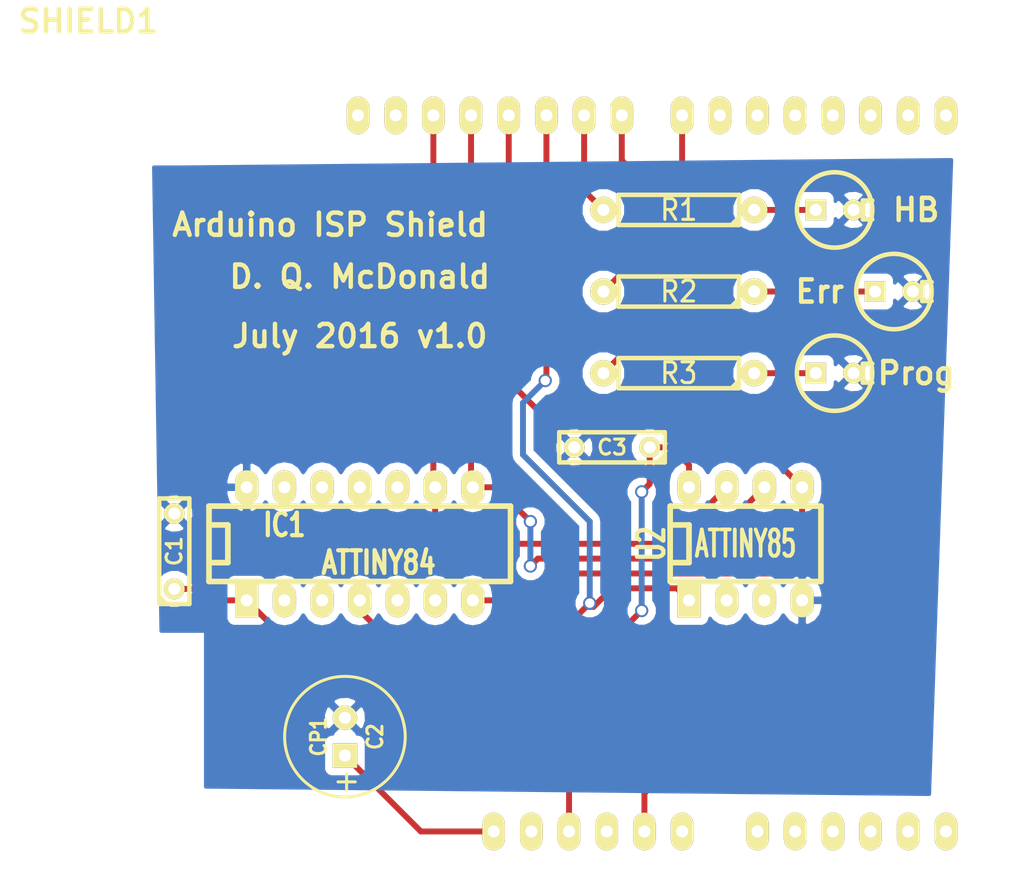
<source format=kicad_pcb>
(kicad_pcb (version 3) (host pcbnew "(2014-02-26 BZR 4721)-product")

  (general
    (links 27)
    (no_connects 0)
    (area 64.954 61.454 134.574501 120.978)
    (thickness 1.6)
    (drawings 6)
    (tracks 76)
    (zones 0)
    (modules 12)
    (nets 42)
  )

  (page A4)
  (title_block
    (title "Arduino ISP for ATTiny")
    (date 4/7/2016)
    (rev 1.0)
    (company "Quentin McDonald")
  )

  (layers
    (15 F.Cu signal)
    (0 B.Cu signal)
    (16 B.Adhes user)
    (17 F.Adhes user)
    (18 B.Paste user)
    (19 F.Paste user)
    (20 B.SilkS user)
    (21 F.SilkS user)
    (22 B.Mask user)
    (23 F.Mask user)
    (24 Dwgs.User user)
    (25 Cmts.User user)
    (26 Eco1.User user)
    (27 Eco2.User user)
    (28 Edge.Cuts user)
  )

  (setup
    (last_trace_width 0.4)
    (trace_clearance 0.3)
    (zone_clearance 0.508)
    (zone_45_only no)
    (trace_min 0.254)
    (segment_width 0.2)
    (edge_width 0.1)
    (via_size 0.889)
    (via_drill 0.635)
    (via_min_size 0.889)
    (via_min_drill 0.508)
    (uvia_size 0.508)
    (uvia_drill 0.127)
    (uvias_allowed no)
    (uvia_min_size 0.508)
    (uvia_min_drill 0.127)
    (pcb_text_width 0.3)
    (pcb_text_size 1.5 1.5)
    (mod_edge_width 0.15)
    (mod_text_size 1 1)
    (mod_text_width 0.15)
    (pad_size 1.5 1.5)
    (pad_drill 0.6)
    (pad_to_mask_clearance 0)
    (aux_axis_origin 0 0)
    (visible_elements FFFFFF7F)
    (pcbplotparams
      (layerselection 3178497)
      (usegerberextensions true)
      (excludeedgelayer true)
      (linewidth 0.150000)
      (plotframeref false)
      (viasonmask false)
      (mode 1)
      (useauxorigin false)
      (hpglpennumber 1)
      (hpglpenspeed 20)
      (hpglpendiameter 15)
      (hpglpenoverlay 2)
      (psnegative false)
      (psa4output false)
      (plotreference true)
      (plotvalue true)
      (plotothertext true)
      (plotinvisibletext false)
      (padsonsilk false)
      (subtractmaskfromsilk false)
      (outputformat 1)
      (mirror false)
      (drillshape 1)
      (scaleselection 1)
      (outputdirectory ""))
  )

  (net 0 "")
  (net 1 5V)
  (net 2 GND)
  (net 3 "Net-(D1-Pad1)")
  (net 4 "Net-(D2-Pad1)")
  (net 5 "Net-(D3-Pad1)")
  (net 6 "Net-(IC1-Pad10)")
  (net 7 "Net-(IC1-Pad11)")
  (net 8 "Net-(IC1-Pad12)")
  (net 9 "Net-(IC1-Pad13)")
  (net 10 "Net-(IC1-Pad2)")
  (net 11 "Net-(IC1-Pad3)")
  (net 12 "Net-(IC1-Pad5)")
  (net 13 "Net-(IC1-Pad6)")
  (net 14 "Net-(SHIELD1-Pad0)")
  (net 15 "Net-(SHIELD1-Pad1)")
  (net 16 "Net-(SHIELD1-Pad2)")
  (net 17 "Net-(SHIELD1-Pad3)")
  (net 18 "Net-(SHIELD1-Pad3V3)")
  (net 19 "Net-(SHIELD1-Pad4)")
  (net 20 "Net-(SHIELD1-Pad5)")
  (net 21 "Net-(SHIELD1-Pad6)")
  (net 22 "Net-(SHIELD1-PadAD0)")
  (net 23 "Net-(SHIELD1-PadAD1)")
  (net 24 "Net-(SHIELD1-PadAD2)")
  (net 25 "Net-(SHIELD1-PadAD3)")
  (net 26 "Net-(SHIELD1-PadAD4)")
  (net 27 "Net-(SHIELD1-PadAD5)")
  (net 28 "Net-(SHIELD1-PadAREF)")
  (net 29 "Net-(SHIELD1-PadGND1)")
  (net 30 "Net-(SHIELD1-PadGND3)")
  (net 31 "Net-(SHIELD1-PadV_IN)")
  (net 32 "Net-(U2-Pad2)")
  (net 33 "Net-(U2-Pad3)")
  (net 34 Pin10)
  (net 35 Pin11)
  (net 36 Pin12)
  (net 37 Pin13)
  (net 38 Pin7)
  (net 39 Pin8)
  (net 40 Pin9)
  (net 41 Reset)

  (net_class Default "This is the default net class."
    (clearance 0.3)
    (trace_width 0.4)
    (via_dia 0.889)
    (via_drill 0.635)
    (uvia_dia 0.508)
    (uvia_drill 0.127)
    (add_net "")
    (add_net 5V)
    (add_net GND)
    (add_net "Net-(D1-Pad1)")
    (add_net "Net-(D2-Pad1)")
    (add_net "Net-(D3-Pad1)")
    (add_net "Net-(IC1-Pad10)")
    (add_net "Net-(IC1-Pad11)")
    (add_net "Net-(IC1-Pad12)")
    (add_net "Net-(IC1-Pad13)")
    (add_net "Net-(IC1-Pad2)")
    (add_net "Net-(IC1-Pad3)")
    (add_net "Net-(IC1-Pad5)")
    (add_net "Net-(IC1-Pad6)")
    (add_net "Net-(SHIELD1-Pad0)")
    (add_net "Net-(SHIELD1-Pad1)")
    (add_net "Net-(SHIELD1-Pad2)")
    (add_net "Net-(SHIELD1-Pad3)")
    (add_net "Net-(SHIELD1-Pad3V3)")
    (add_net "Net-(SHIELD1-Pad4)")
    (add_net "Net-(SHIELD1-Pad5)")
    (add_net "Net-(SHIELD1-Pad6)")
    (add_net "Net-(SHIELD1-PadAD0)")
    (add_net "Net-(SHIELD1-PadAD1)")
    (add_net "Net-(SHIELD1-PadAD2)")
    (add_net "Net-(SHIELD1-PadAD3)")
    (add_net "Net-(SHIELD1-PadAD4)")
    (add_net "Net-(SHIELD1-PadAD5)")
    (add_net "Net-(SHIELD1-PadAREF)")
    (add_net "Net-(SHIELD1-PadGND1)")
    (add_net "Net-(SHIELD1-PadGND3)")
    (add_net "Net-(SHIELD1-PadV_IN)")
    (add_net "Net-(U2-Pad2)")
    (add_net "Net-(U2-Pad3)")
    (add_net Pin10)
    (add_net Pin11)
    (add_net Pin12)
    (add_net Pin13)
    (add_net Pin7)
    (add_net Pin8)
    (add_net Pin9)
    (add_net Reset)
  )

  (module discret:C2 (layer F.Cu) (tedit 200000) (tstamp 577AF0EC)
    (at 77 99 90)
    (descr "Condensateur = 2 pas")
    (tags C)
    (path /577ABBBE)
    (fp_text reference C1 (at 0 0 90) (layer F.SilkS)
      (effects (font (size 1.016 1.016) (thickness 0.2032)))
    )
    (fp_text value 100nf (at 0 0 90) (layer F.SilkS) hide
      (effects (font (size 1.016 1.016) (thickness 0.2032)))
    )
    (fp_line (start -3.556 -1.016) (end 3.556 -1.016) (layer F.SilkS) (width 0.3048))
    (fp_line (start 3.556 -1.016) (end 3.556 1.016) (layer F.SilkS) (width 0.3048))
    (fp_line (start 3.556 1.016) (end -3.556 1.016) (layer F.SilkS) (width 0.3048))
    (fp_line (start -3.556 1.016) (end -3.556 -1.016) (layer F.SilkS) (width 0.3048))
    (fp_line (start -3.556 -0.508) (end -3.048 -1.016) (layer F.SilkS) (width 0.3048))
    (pad 1 thru_hole circle (at -2.54 0 90) (size 1.397 1.397) (drill 0.8128) (layers *.Cu *.Mask F.SilkS)
      (net 1 5V))
    (pad 2 thru_hole circle (at 2.54 0 90) (size 1.397 1.397) (drill 0.8128) (layers *.Cu *.Mask F.SilkS)
      (net 2 GND))
    (model discret/capa_2pas_5x5mm.wrl
      (at (xyz 0 0 0))
      (scale (xyz 1 1 1))
      (rotate (xyz 0 0 0))
    )
  )

  (module discret:C1V8 (layer F.Cu) (tedit 3DD3A719) (tstamp 577AF0F4)
    (at 88.5 111.5 90)
    (path /577AEEB9)
    (fp_text reference C2 (at 0 2.032 90) (layer F.SilkS)
      (effects (font (size 1.016 0.889) (thickness 0.2032)))
    )
    (fp_text value CP1 (at 0 -1.77546 90) (layer F.SilkS)
      (effects (font (size 1.016 0.889) (thickness 0.2032)))
    )
    (fp_text user + (at -3.04546 0 90) (layer F.SilkS)
      (effects (font (thickness 0.2032)))
    )
    (fp_circle (center 0 0) (end 4.064 0) (layer F.SilkS) (width 0.2032))
    (pad 1 thru_hole rect (at -1.27 0 90) (size 1.651 1.651) (drill 0.8128) (layers *.Cu *.Mask F.SilkS)
      (net 41 Reset))
    (pad 2 thru_hole circle (at 1.27 0 90) (size 1.651 1.651) (drill 0.8128) (layers *.Cu *.Mask F.SilkS)
      (net 2 GND))
    (model discret/c_vert_c1v8.wrl
      (at (xyz 0 0 0))
      (scale (xyz 1 1 1))
      (rotate (xyz 0 0 0))
    )
  )

  (module discret:C2 (layer F.Cu) (tedit 200000) (tstamp 577AF0FF)
    (at 106.5 92 180)
    (descr "Condensateur = 2 pas")
    (tags C)
    (path /577AE945)
    (fp_text reference C3 (at 0 0 180) (layer F.SilkS)
      (effects (font (size 1.016 1.016) (thickness 0.2032)))
    )
    (fp_text value 100nF (at 0 0 180) (layer F.SilkS) hide
      (effects (font (size 1.016 1.016) (thickness 0.2032)))
    )
    (fp_line (start -3.556 -1.016) (end 3.556 -1.016) (layer F.SilkS) (width 0.3048))
    (fp_line (start 3.556 -1.016) (end 3.556 1.016) (layer F.SilkS) (width 0.3048))
    (fp_line (start 3.556 1.016) (end -3.556 1.016) (layer F.SilkS) (width 0.3048))
    (fp_line (start -3.556 1.016) (end -3.556 -1.016) (layer F.SilkS) (width 0.3048))
    (fp_line (start -3.556 -0.508) (end -3.048 -1.016) (layer F.SilkS) (width 0.3048))
    (pad 1 thru_hole circle (at -2.54 0 180) (size 1.397 1.397) (drill 0.8128) (layers *.Cu *.Mask F.SilkS)
      (net 1 5V))
    (pad 2 thru_hole circle (at 2.54 0 180) (size 1.397 1.397) (drill 0.8128) (layers *.Cu *.Mask F.SilkS)
      (net 2 GND))
    (model discret/capa_2pas_5x5mm.wrl
      (at (xyz 0 0 0))
      (scale (xyz 1 1 1))
      (rotate (xyz 0 0 0))
    )
  )

  (module discret:LEDV (layer F.Cu) (tedit 577AFB82) (tstamp 577AF410)
    (at 121.5 76)
    (descr "Led verticale diam 6mm")
    (tags "LED DEV")
    (path /577ABD2F)
    (fp_text reference HeartBeat (at 0 -3.81) (layer F.SilkS) hide
      (effects (font (thickness 0.3048)))
    )
    (fp_text value LED (at 0 -3.81) (layer F.SilkS) hide
      (effects (font (thickness 0.3048)))
    )
    (fp_circle (center 0 0) (end -2.54 0) (layer F.SilkS) (width 0.3048))
    (fp_line (start 2.54 -0.635) (end 1.905 -0.635) (layer F.SilkS) (width 0.3048))
    (fp_line (start 1.905 -0.635) (end 1.905 0.635) (layer F.SilkS) (width 0.3048))
    (fp_line (start 1.905 0.635) (end 2.54 0.635) (layer F.SilkS) (width 0.3048))
    (pad 1 thru_hole rect (at -1.27 0) (size 1.397 1.397) (drill 0.8128) (layers *.Cu *.Mask F.SilkS)
      (net 3 "Net-(D1-Pad1)"))
    (pad 2 thru_hole circle (at 1.27 0) (size 1.397 1.397) (drill 0.8128) (layers *.Cu *.Mask F.SilkS)
      (net 2 GND))
    (model discret/led5_vertical.wrl
      (at (xyz 0 0 0))
      (scale (xyz 1 1 1))
      (rotate (xyz 0 0 0))
    )
  )

  (module discret:LEDV (layer F.Cu) (tedit 577AFB7A) (tstamp 577AF113)
    (at 125.5 81.5)
    (descr "Led verticale diam 6mm")
    (tags "LED DEV")
    (path /577ABDF7)
    (fp_text reference Error (at 0 -3.81) (layer F.SilkS) hide
      (effects (font (thickness 0.3048)))
    )
    (fp_text value LED (at 0 -3.81) (layer F.SilkS) hide
      (effects (font (thickness 0.3048)))
    )
    (fp_circle (center 0 0) (end -2.54 0) (layer F.SilkS) (width 0.3048))
    (fp_line (start 2.54 -0.635) (end 1.905 -0.635) (layer F.SilkS) (width 0.3048))
    (fp_line (start 1.905 -0.635) (end 1.905 0.635) (layer F.SilkS) (width 0.3048))
    (fp_line (start 1.905 0.635) (end 2.54 0.635) (layer F.SilkS) (width 0.3048))
    (pad 1 thru_hole rect (at -1.27 0) (size 1.397 1.397) (drill 0.8128) (layers *.Cu *.Mask F.SilkS)
      (net 4 "Net-(D2-Pad1)"))
    (pad 2 thru_hole circle (at 1.27 0) (size 1.397 1.397) (drill 0.8128) (layers *.Cu *.Mask F.SilkS)
      (net 2 GND))
    (model discret/led5_vertical.wrl
      (at (xyz 0 0 0))
      (scale (xyz 1 1 1))
      (rotate (xyz 0 0 0))
    )
  )

  (module discret:LEDV (layer F.Cu) (tedit 577AFB6C) (tstamp 577AFB4D)
    (at 121.5 87)
    (descr "Led verticale diam 6mm")
    (tags "LED DEV")
    (path /577ABE0C)
    (fp_text reference D3 (at 0 -3.81) (layer F.SilkS) hide
      (effects (font (thickness 0.3048)))
    )
    (fp_text value LED (at 0 -3.81) (layer F.SilkS) hide
      (effects (font (thickness 0.3048)))
    )
    (fp_circle (center 0 0) (end -2.54 0) (layer F.SilkS) (width 0.3048))
    (fp_line (start 2.54 -0.635) (end 1.905 -0.635) (layer F.SilkS) (width 0.3048))
    (fp_line (start 1.905 -0.635) (end 1.905 0.635) (layer F.SilkS) (width 0.3048))
    (fp_line (start 1.905 0.635) (end 2.54 0.635) (layer F.SilkS) (width 0.3048))
    (pad 1 thru_hole rect (at -1.27 0) (size 1.397 1.397) (drill 0.8128) (layers *.Cu *.Mask F.SilkS)
      (net 5 "Net-(D3-Pad1)"))
    (pad 2 thru_hole circle (at 1.27 0) (size 1.397 1.397) (drill 0.8128) (layers *.Cu *.Mask F.SilkS)
      (net 2 GND))
    (model discret/led5_vertical.wrl
      (at (xyz 0 0 0))
      (scale (xyz 1 1 1))
      (rotate (xyz 0 0 0))
    )
  )

  (module dip_sockets:DIP-14__300_ELL (layer F.Cu) (tedit 577AF57E) (tstamp 577AF136)
    (at 89.5 98.5)
    (descr "14 pins DIL package, elliptical pads")
    (tags DIL)
    (path /577ABB31)
    (fp_text reference IC1 (at -5.08 -1.27) (layer F.SilkS)
      (effects (font (size 1.524 1.143) (thickness 0.3048)))
    )
    (fp_text value ATTINY84 (at 1.27 1.27) (layer F.SilkS)
      (effects (font (size 1.524 1.143) (thickness 0.28575)))
    )
    (fp_line (start -10.16 -2.54) (end 10.16 -2.54) (layer F.SilkS) (width 0.381))
    (fp_line (start 10.16 2.54) (end -10.16 2.54) (layer F.SilkS) (width 0.381))
    (fp_line (start -10.16 2.54) (end -10.16 -2.54) (layer F.SilkS) (width 0.381))
    (fp_line (start -10.16 -1.27) (end -8.89 -1.27) (layer F.SilkS) (width 0.381))
    (fp_line (start -8.89 -1.27) (end -8.89 1.27) (layer F.SilkS) (width 0.381))
    (fp_line (start -8.89 1.27) (end -10.16 1.27) (layer F.SilkS) (width 0.381))
    (fp_line (start 10.16 -2.54) (end 10.16 2.54) (layer F.SilkS) (width 0.381))
    (pad 1 thru_hole rect (at -7.62 3.81) (size 1.5748 2.286) (drill 0.8128) (layers *.Cu *.Mask F.SilkS)
      (net 1 5V))
    (pad 2 thru_hole oval (at -5.08 3.81) (size 1.5748 2.286) (drill 0.8128) (layers *.Cu *.Mask F.SilkS)
      (net 10 "Net-(IC1-Pad2)"))
    (pad 3 thru_hole oval (at -2.54 3.81) (size 1.5748 2.286) (drill 0.8128) (layers *.Cu *.Mask F.SilkS)
      (net 11 "Net-(IC1-Pad3)"))
    (pad 4 thru_hole oval (at 0 3.81) (size 1.5748 2.286) (drill 0.8128) (layers *.Cu *.Mask F.SilkS)
      (net 34 Pin10))
    (pad 5 thru_hole oval (at 2.54 3.81) (size 1.5748 2.286) (drill 0.8128) (layers *.Cu *.Mask F.SilkS)
      (net 12 "Net-(IC1-Pad5)"))
    (pad 6 thru_hole oval (at 5.08 3.81) (size 1.5748 2.286) (drill 0.8128) (layers *.Cu *.Mask F.SilkS)
      (net 13 "Net-(IC1-Pad6)"))
    (pad 7 thru_hole oval (at 7.62 3.81) (size 1.5748 2.286) (drill 0.8128) (layers *.Cu *.Mask F.SilkS)
      (net 35 Pin11))
    (pad 8 thru_hole oval (at 7.62 -3.81) (size 1.5748 2.286) (drill 0.8128) (layers *.Cu *.Mask F.SilkS)
      (net 36 Pin12))
    (pad 9 thru_hole oval (at 5.08 -3.81) (size 1.5748 2.286) (drill 0.8128) (layers *.Cu *.Mask F.SilkS)
      (net 37 Pin13))
    (pad 10 thru_hole oval (at 2.54 -3.81) (size 1.5748 2.286) (drill 0.8128) (layers *.Cu *.Mask F.SilkS)
      (net 6 "Net-(IC1-Pad10)"))
    (pad 11 thru_hole oval (at 0 -3.81) (size 1.5748 2.286) (drill 0.8128) (layers *.Cu *.Mask F.SilkS)
      (net 7 "Net-(IC1-Pad11)"))
    (pad 12 thru_hole oval (at -2.54 -3.81) (size 1.5748 2.286) (drill 0.8128) (layers *.Cu *.Mask F.SilkS)
      (net 8 "Net-(IC1-Pad12)"))
    (pad 13 thru_hole oval (at -5.08 -3.81) (size 1.5748 2.286) (drill 0.8128) (layers *.Cu *.Mask F.SilkS)
      (net 9 "Net-(IC1-Pad13)"))
    (pad 14 thru_hole oval (at -7.62 -3.81) (size 1.5748 2.286) (drill 0.8128) (layers *.Cu *.Mask F.SilkS)
      (net 2 GND))
    (model dil/dil_14.wrl
      (at (xyz 0 0 0))
      (scale (xyz 1 1 1))
      (rotate (xyz 0 0 0))
    )
  )

  (module discret:R4-LARGE_PADS (layer F.Cu) (tedit 47E2673E) (tstamp 577AF144)
    (at 111 76 180)
    (descr "Resitance 4 pas")
    (tags R)
    (path /577ABD1B)
    (autoplace_cost180 10)
    (fp_text reference R1 (at 0 0 180) (layer F.SilkS)
      (effects (font (size 1.397 1.27) (thickness 0.2032)))
    )
    (fp_text value 200R (at 0 0 180) (layer F.SilkS) hide
      (effects (font (size 1.397 1.27) (thickness 0.2032)))
    )
    (fp_line (start -5.08 0) (end -4.064 0) (layer F.SilkS) (width 0.3048))
    (fp_line (start -4.064 0) (end -4.064 -1.016) (layer F.SilkS) (width 0.3048))
    (fp_line (start -4.064 -1.016) (end 4.064 -1.016) (layer F.SilkS) (width 0.3048))
    (fp_line (start 4.064 -1.016) (end 4.064 1.016) (layer F.SilkS) (width 0.3048))
    (fp_line (start 4.064 1.016) (end -4.064 1.016) (layer F.SilkS) (width 0.3048))
    (fp_line (start -4.064 1.016) (end -4.064 0) (layer F.SilkS) (width 0.3048))
    (fp_line (start -4.064 -0.508) (end -3.556 -1.016) (layer F.SilkS) (width 0.3048))
    (fp_line (start 5.08 0) (end 4.064 0) (layer F.SilkS) (width 0.3048))
    (pad 1 thru_hole circle (at -5.08 0 180) (size 1.778 1.778) (drill 0.8128) (layers *.Cu *.Mask F.SilkS)
      (net 3 "Net-(D1-Pad1)"))
    (pad 2 thru_hole circle (at 5.08 0 180) (size 1.778 1.778) (drill 0.8128) (layers *.Cu *.Mask F.SilkS)
      (net 40 Pin9))
    (model discret/resistor.wrl
      (at (xyz 0 0 0))
      (scale (xyz 0.4 0.4 0.4))
      (rotate (xyz 0 0 0))
    )
  )

  (module discret:R4-LARGE_PADS (layer F.Cu) (tedit 47E2673E) (tstamp 577AF152)
    (at 111 81.5 180)
    (descr "Resitance 4 pas")
    (tags R)
    (path /577ABDF1)
    (autoplace_cost180 10)
    (fp_text reference R2 (at 0 0 180) (layer F.SilkS)
      (effects (font (size 1.397 1.27) (thickness 0.2032)))
    )
    (fp_text value 220R (at 0 0 180) (layer F.SilkS) hide
      (effects (font (size 1.397 1.27) (thickness 0.2032)))
    )
    (fp_line (start -5.08 0) (end -4.064 0) (layer F.SilkS) (width 0.3048))
    (fp_line (start -4.064 0) (end -4.064 -1.016) (layer F.SilkS) (width 0.3048))
    (fp_line (start -4.064 -1.016) (end 4.064 -1.016) (layer F.SilkS) (width 0.3048))
    (fp_line (start 4.064 -1.016) (end 4.064 1.016) (layer F.SilkS) (width 0.3048))
    (fp_line (start 4.064 1.016) (end -4.064 1.016) (layer F.SilkS) (width 0.3048))
    (fp_line (start -4.064 1.016) (end -4.064 0) (layer F.SilkS) (width 0.3048))
    (fp_line (start -4.064 -0.508) (end -3.556 -1.016) (layer F.SilkS) (width 0.3048))
    (fp_line (start 5.08 0) (end 4.064 0) (layer F.SilkS) (width 0.3048))
    (pad 1 thru_hole circle (at -5.08 0 180) (size 1.778 1.778) (drill 0.8128) (layers *.Cu *.Mask F.SilkS)
      (net 4 "Net-(D2-Pad1)"))
    (pad 2 thru_hole circle (at 5.08 0 180) (size 1.778 1.778) (drill 0.8128) (layers *.Cu *.Mask F.SilkS)
      (net 39 Pin8))
    (model discret/resistor.wrl
      (at (xyz 0 0 0))
      (scale (xyz 0.4 0.4 0.4))
      (rotate (xyz 0 0 0))
    )
  )

  (module discret:R4-LARGE_PADS (layer F.Cu) (tedit 47E2673E) (tstamp 577AF160)
    (at 111 87 180)
    (descr "Resitance 4 pas")
    (tags R)
    (path /577ABE06)
    (autoplace_cost180 10)
    (fp_text reference R3 (at 0 0 180) (layer F.SilkS)
      (effects (font (size 1.397 1.27) (thickness 0.2032)))
    )
    (fp_text value 220R (at 0 0 180) (layer F.SilkS) hide
      (effects (font (size 1.397 1.27) (thickness 0.2032)))
    )
    (fp_line (start -5.08 0) (end -4.064 0) (layer F.SilkS) (width 0.3048))
    (fp_line (start -4.064 0) (end -4.064 -1.016) (layer F.SilkS) (width 0.3048))
    (fp_line (start -4.064 -1.016) (end 4.064 -1.016) (layer F.SilkS) (width 0.3048))
    (fp_line (start 4.064 -1.016) (end 4.064 1.016) (layer F.SilkS) (width 0.3048))
    (fp_line (start 4.064 1.016) (end -4.064 1.016) (layer F.SilkS) (width 0.3048))
    (fp_line (start -4.064 1.016) (end -4.064 0) (layer F.SilkS) (width 0.3048))
    (fp_line (start -4.064 -0.508) (end -3.556 -1.016) (layer F.SilkS) (width 0.3048))
    (fp_line (start 5.08 0) (end 4.064 0) (layer F.SilkS) (width 0.3048))
    (pad 1 thru_hole circle (at -5.08 0 180) (size 1.778 1.778) (drill 0.8128) (layers *.Cu *.Mask F.SilkS)
      (net 5 "Net-(D3-Pad1)"))
    (pad 2 thru_hole circle (at 5.08 0 180) (size 1.778 1.778) (drill 0.8128) (layers *.Cu *.Mask F.SilkS)
      (net 38 Pin7))
    (model discret/resistor.wrl
      (at (xyz 0 0 0))
      (scale (xyz 0.4 0.4 0.4))
      (rotate (xyz 0 0 0))
    )
  )

  (module arduino_shields:ARDUINO_SHIELD_2 locked (layer F.Cu) (tedit 4DE3FAAE) (tstamp 577AF193)
    (at 65.504 120.428)
    (path /577A17C3)
    (fp_text reference SHIELD1 (at 5.715 -57.15) (layer F.SilkS)
      (effects (font (thickness 0.3048)))
    )
    (fp_text value ARDUINO_SHIELD (at 10.16 -54.61) (layer F.SilkS) hide
      (effects (font (thickness 0.3048)))
    )
    (fp_line (start 0 -44.45) (end 10.16 -44.45) (layer Dwgs.User) (width 0.381))
    (fp_line (start 10.16 -44.45) (end 10.16 -31.75) (layer Dwgs.User) (width 0.381))
    (fp_line (start 10.16 -31.75) (end 0 -31.75) (layer Dwgs.User) (width 0.381))
    (fp_line (start 12.7 -4.318) (end 0 -4.318) (layer Dwgs.User) (width 0.381))
    (fp_line (start 0 -12.7) (end 12.7 -12.7) (layer Dwgs.User) (width 0.381))
    (fp_line (start 12.7 -12.7) (end 12.7 -4.572) (layer Dwgs.User) (width 0.381))
    (fp_circle (center 13.97 -2.54) (end 16.002 -1.524) (layer Dwgs.User) (width 0.381))
    (fp_circle (center 15.24 -50.8) (end 16.764 -49.276) (layer Dwgs.User) (width 0.381))
    (fp_circle (center 66.04 -7.62) (end 67.31 -6.096) (layer Dwgs.User) (width 0.381))
    (fp_circle (center 66.04 -35.56) (end 67.31 -34.036) (layer Dwgs.User) (width 0.381))
    (fp_line (start 66.04 -40.64) (end 66.04 -52.07) (layer Dwgs.User) (width 0.381))
    (fp_line (start 66.04 -52.07) (end 64.77 -53.34) (layer Dwgs.User) (width 0.381))
    (fp_line (start 64.77 -53.34) (end 0 -53.34) (layer Dwgs.User) (width 0.381))
    (fp_line (start 66.04 0) (end 0 0) (layer Dwgs.User) (width 0.381))
    (fp_line (start 0 0) (end 0 -53.34) (layer Dwgs.User) (width 0.381))
    (fp_line (start 66.04 -40.64) (end 68.58 -38.1) (layer Dwgs.User) (width 0.381))
    (fp_line (start 68.58 -38.1) (end 68.58 -5.08) (layer Dwgs.User) (width 0.381))
    (fp_line (start 68.58 -5.08) (end 66.04 -2.54) (layer Dwgs.User) (width 0.381))
    (fp_line (start 66.04 -2.54) (end 66.04 0) (layer Dwgs.User) (width 0.381))
    (pad AD5 thru_hole oval (at 63.5 -2.54 90) (size 2.54 1.524) (drill 0.8128) (layers *.Cu *.Mask F.SilkS)
      (net 27 "Net-(SHIELD1-PadAD5)"))
    (pad AD4 thru_hole oval (at 60.96 -2.54 90) (size 2.54 1.524) (drill 0.8128) (layers *.Cu *.Mask F.SilkS)
      (net 26 "Net-(SHIELD1-PadAD4)"))
    (pad AD3 thru_hole oval (at 58.42 -2.54 90) (size 2.54 1.524) (drill 0.8128) (layers *.Cu *.Mask F.SilkS)
      (net 25 "Net-(SHIELD1-PadAD3)"))
    (pad AD0 thru_hole oval (at 50.8 -2.54 90) (size 2.54 1.524) (drill 0.8128) (layers *.Cu *.Mask F.SilkS)
      (net 22 "Net-(SHIELD1-PadAD0)"))
    (pad AD1 thru_hole oval (at 53.34 -2.54 90) (size 2.54 1.524) (drill 0.8128) (layers *.Cu *.Mask F.SilkS)
      (net 23 "Net-(SHIELD1-PadAD1)"))
    (pad AD2 thru_hole oval (at 55.88 -2.54 90) (size 2.54 1.524) (drill 0.8128) (layers *.Cu *.Mask F.SilkS)
      (net 24 "Net-(SHIELD1-PadAD2)"))
    (pad V_IN thru_hole oval (at 45.72 -2.54 90) (size 2.54 1.524) (drill 0.8128) (layers *.Cu *.Mask F.SilkS)
      (net 31 "Net-(SHIELD1-PadV_IN)"))
    (pad GND2 thru_hole oval (at 43.18 -2.54 90) (size 2.54 1.524) (drill 0.8128) (layers *.Cu *.Mask F.SilkS)
      (net 2 GND))
    (pad GND1 thru_hole oval (at 40.64 -2.54 90) (size 2.54 1.524) (drill 0.8128) (layers *.Cu *.Mask F.SilkS)
      (net 29 "Net-(SHIELD1-PadGND1)"))
    (pad 3V3 thru_hole oval (at 35.56 -2.54 90) (size 2.54 1.524) (drill 0.8128) (layers *.Cu *.Mask F.SilkS)
      (net 18 "Net-(SHIELD1-Pad3V3)"))
    (pad RST thru_hole oval (at 33.02 -2.54 90) (size 2.54 1.524) (drill 0.8128) (layers *.Cu *.Mask F.SilkS)
      (net 41 Reset))
    (pad 0 thru_hole oval (at 63.5 -50.8 90) (size 2.54 1.524) (drill 0.8128) (layers *.Cu *.Mask F.SilkS)
      (net 14 "Net-(SHIELD1-Pad0)"))
    (pad 1 thru_hole oval (at 60.96 -50.8 90) (size 2.54 1.524) (drill 0.8128) (layers *.Cu *.Mask F.SilkS)
      (net 15 "Net-(SHIELD1-Pad1)"))
    (pad 2 thru_hole oval (at 58.42 -50.8 90) (size 2.54 1.524) (drill 0.8128) (layers *.Cu *.Mask F.SilkS)
      (net 16 "Net-(SHIELD1-Pad2)"))
    (pad 3 thru_hole oval (at 55.88 -50.8 90) (size 2.54 1.524) (drill 0.8128) (layers *.Cu *.Mask F.SilkS)
      (net 17 "Net-(SHIELD1-Pad3)"))
    (pad 4 thru_hole oval (at 53.34 -50.8 90) (size 2.54 1.524) (drill 0.8128) (layers *.Cu *.Mask F.SilkS)
      (net 19 "Net-(SHIELD1-Pad4)"))
    (pad 5 thru_hole oval (at 50.8 -50.8 90) (size 2.54 1.524) (drill 0.8128) (layers *.Cu *.Mask F.SilkS)
      (net 20 "Net-(SHIELD1-Pad5)"))
    (pad 6 thru_hole oval (at 48.26 -50.8 90) (size 2.54 1.524) (drill 0.8128) (layers *.Cu *.Mask F.SilkS)
      (net 21 "Net-(SHIELD1-Pad6)"))
    (pad 7 thru_hole oval (at 45.72 -50.8 90) (size 2.54 1.524) (drill 0.8128) (layers *.Cu *.Mask F.SilkS)
      (net 38 Pin7))
    (pad 8 thru_hole oval (at 41.656 -50.8 90) (size 2.54 1.524) (drill 0.8128) (layers *.Cu *.Mask F.SilkS)
      (net 39 Pin8))
    (pad 9 thru_hole oval (at 39.116 -50.8 90) (size 2.54 1.524) (drill 0.8128) (layers *.Cu *.Mask F.SilkS)
      (net 40 Pin9))
    (pad 10 thru_hole oval (at 36.576 -50.8 90) (size 2.54 1.524) (drill 0.8128) (layers *.Cu *.Mask F.SilkS)
      (net 34 Pin10))
    (pad 11 thru_hole oval (at 34.036 -50.8 90) (size 2.54 1.524) (drill 0.8128) (layers *.Cu *.Mask F.SilkS)
      (net 35 Pin11))
    (pad 12 thru_hole oval (at 31.496 -50.8 90) (size 2.54 1.524) (drill 0.8128) (layers *.Cu *.Mask F.SilkS)
      (net 36 Pin12))
    (pad 13 thru_hole oval (at 28.956 -50.8 90) (size 2.54 1.524) (drill 0.8128) (layers *.Cu *.Mask F.SilkS)
      (net 37 Pin13))
    (pad GND3 thru_hole oval (at 26.416 -50.8 90) (size 2.54 1.524) (drill 0.8128) (layers *.Cu *.Mask F.SilkS)
      (net 30 "Net-(SHIELD1-PadGND3)"))
    (pad AREF thru_hole oval (at 23.876 -50.8 90) (size 2.54 1.524) (drill 0.8128) (layers *.Cu *.Mask F.SilkS)
      (net 28 "Net-(SHIELD1-PadAREF)"))
    (pad 5V thru_hole oval (at 38.1 -2.54 90) (size 2.54 1.524) (drill 0.8128) (layers *.Cu *.Mask F.SilkS)
      (net 1 5V))
  )

  (module dip_sockets:DIP-8__300_ELL (layer F.Cu) (tedit 577AF56C) (tstamp 577AF1A6)
    (at 115.5 98.5)
    (descr "8 pins DIL package, elliptical pads")
    (tags DIL)
    (path /577A17E9)
    (fp_text reference U2 (at -6.35 0 90) (layer F.SilkS)
      (effects (font (size 1.778 1.143) (thickness 0.3048)))
    )
    (fp_text value ATTINY85 (at 0 0) (layer F.SilkS)
      (effects (font (size 1.778 1.016) (thickness 0.254)))
    )
    (fp_line (start -5.08 -1.27) (end -3.81 -1.27) (layer F.SilkS) (width 0.381))
    (fp_line (start -3.81 -1.27) (end -3.81 1.27) (layer F.SilkS) (width 0.381))
    (fp_line (start -3.81 1.27) (end -5.08 1.27) (layer F.SilkS) (width 0.381))
    (fp_line (start -5.08 -2.54) (end 5.08 -2.54) (layer F.SilkS) (width 0.381))
    (fp_line (start 5.08 -2.54) (end 5.08 2.54) (layer F.SilkS) (width 0.381))
    (fp_line (start 5.08 2.54) (end -5.08 2.54) (layer F.SilkS) (width 0.381))
    (fp_line (start -5.08 2.54) (end -5.08 -2.54) (layer F.SilkS) (width 0.381))
    (pad 1 thru_hole rect (at -3.81 3.81) (size 1.5748 2.286) (drill 0.8128) (layers *.Cu *.Mask F.SilkS)
      (net 34 Pin10))
    (pad 2 thru_hole oval (at -1.27 3.81) (size 1.5748 2.286) (drill 0.8128) (layers *.Cu *.Mask F.SilkS)
      (net 32 "Net-(U2-Pad2)"))
    (pad 3 thru_hole oval (at 1.27 3.81) (size 1.5748 2.286) (drill 0.8128) (layers *.Cu *.Mask F.SilkS)
      (net 33 "Net-(U2-Pad3)"))
    (pad 4 thru_hole oval (at 3.81 3.81) (size 1.5748 2.286) (drill 0.8128) (layers *.Cu *.Mask F.SilkS)
      (net 2 GND))
    (pad 5 thru_hole oval (at 3.81 -3.81) (size 1.5748 2.286) (drill 0.8128) (layers *.Cu *.Mask F.SilkS)
      (net 35 Pin11))
    (pad 6 thru_hole oval (at 1.27 -3.81) (size 1.5748 2.286) (drill 0.8128) (layers *.Cu *.Mask F.SilkS)
      (net 36 Pin12))
    (pad 7 thru_hole oval (at -1.27 -3.81) (size 1.5748 2.286) (drill 0.8128) (layers *.Cu *.Mask F.SilkS)
      (net 37 Pin13))
    (pad 8 thru_hole oval (at -3.81 -3.81) (size 1.5748 2.286) (drill 0.8128) (layers *.Cu *.Mask F.SilkS)
      (net 1 5V))
    (model dil/dil_8.wrl
      (at (xyz 0 0 0))
      (scale (xyz 1 1 1))
      (rotate (xyz 0 0 0))
    )
  )

  (gr_text "July 2016 v1.0" (at 89.5 84.5) (layer F.SilkS)
    (effects (font (size 1.5 1.5) (thickness 0.3)))
  )
  (gr_text "D. Q. McDonald" (at 89.5 80.5) (layer F.SilkS)
    (effects (font (size 1.5 1.5) (thickness 0.3)))
  )
  (gr_text "Arduino ISP Shield" (at 87.5 77) (layer F.SilkS)
    (effects (font (size 1.5 1.5) (thickness 0.3)))
  )
  (gr_text Prog (at 127 87) (layer F.SilkS)
    (effects (font (size 1.5 1.5) (thickness 0.3)))
  )
  (gr_text Err (at 120.5 81.5) (layer F.SilkS)
    (effects (font (size 1.5 1.5) (thickness 0.3)))
  )
  (gr_text HB (at 127 76) (layer F.SilkS)
    (effects (font (size 1.5 1.5) (thickness 0.3)))
  )

  (segment (start 109.04 92) (end 110.5 92) (width 0.4) (layer F.Cu) (net 1))
  (segment (start 111.69 93.19) (end 111.69 94.69) (width 0.4) (layer F.Cu) (net 1) (tstamp 577AF921))
  (segment (start 110.5 92) (end 111.69 93.19) (width 0.4) (layer F.Cu) (net 1) (tstamp 577AF920))
  (segment (start 103.604 108.5) (end 103.604 107.896) (width 0.4) (layer F.Cu) (net 1))
  (segment (start 109.04 94.46) (end 109.04 92) (width 0.4) (layer F.Cu) (net 1) (tstamp 577AF91D))
  (segment (start 108.5 95) (end 109.04 94.46) (width 0.4) (layer F.Cu) (net 1) (tstamp 577AF91C))
  (via (at 108.5 95) (size 0.889) (layers F.Cu B.Cu) (net 1))
  (segment (start 108.5 103) (end 108.5 95) (width 0.4) (layer B.Cu) (net 1) (tstamp 577AF917))
  (via (at 108.5 103) (size 0.889) (layers F.Cu B.Cu) (net 1))
  (segment (start 103.604 107.896) (end 108.5 103) (width 0.4) (layer F.Cu) (net 1) (tstamp 577AF90E))
  (segment (start 81.88 102.31) (end 79.19 102.31) (width 0.4) (layer F.Cu) (net 1))
  (segment (start 78.42 101.54) (end 77 101.54) (width 0.4) (layer F.Cu) (net 1) (tstamp 577AF8CE))
  (segment (start 79.19 102.31) (end 78.42 101.54) (width 0.4) (layer F.Cu) (net 1) (tstamp 577AF8CD))
  (segment (start 103.604 117.888) (end 103.604 108.5) (width 0.4) (layer F.Cu) (net 1))
  (segment (start 103.604 108.5) (end 103.604 108.104) (width 0.4) (layer F.Cu) (net 1) (tstamp 577AF90C))
  (segment (start 85.57 106) (end 81.88 102.31) (width 0.4) (layer F.Cu) (net 1) (tstamp 577AF8C8))
  (segment (start 101.5 106) (end 85.57 106) (width 0.4) (layer F.Cu) (net 1) (tstamp 577AF8C6))
  (segment (start 103.604 108.104) (end 101.5 106) (width 0.4) (layer F.Cu) (net 1) (tstamp 577AF8C5))
  (segment (start 108.684 117.888) (end 108.684 115.316) (width 0.4) (layer F.Cu) (net 2))
  (segment (start 119.31 104.69) (end 119.31 102.31) (width 0.4) (layer F.Cu) (net 2) (tstamp 577AF9F5))
  (segment (start 108.684 115.316) (end 119.31 104.69) (width 0.4) (layer F.Cu) (net 2) (tstamp 577AF9F2))
  (segment (start 116.08 76) (end 120.23 76) (width 0.4) (layer F.Cu) (net 3))
  (segment (start 116.08 81.5) (end 124.23 81.5) (width 0.4) (layer F.Cu) (net 4))
  (segment (start 116.08 87) (end 120.23 87) (width 0.4) (layer F.Cu) (net 5))
  (segment (start 104.75 102.75) (end 105.25 102.75) (width 0.4) (layer F.Cu) (net 34))
  (segment (start 110.88 101.5) (end 111.69 102.31) (width 0.4) (layer F.Cu) (net 34) (tstamp 577AF9D9))
  (segment (start 106.5 101.5) (end 110.88 101.5) (width 0.4) (layer F.Cu) (net 34) (tstamp 577AF9D8))
  (segment (start 105.25 102.75) (end 106.5 101.5) (width 0.4) (layer F.Cu) (net 34) (tstamp 577AF9D7))
  (segment (start 102.08 69.628) (end 102.08 87.42) (width 0.4) (layer F.Cu) (net 34))
  (segment (start 89.5 103) (end 89.5 102.31) (width 0.4) (layer F.Cu) (net 34) (tstamp 577AF9CE))
  (segment (start 91 104.5) (end 89.5 103) (width 0.4) (layer F.Cu) (net 34) (tstamp 577AF9CA))
  (segment (start 103 104.5) (end 91 104.5) (width 0.4) (layer F.Cu) (net 34) (tstamp 577AF9C9))
  (segment (start 105 102.5) (end 104.75 102.75) (width 0.4) (layer F.Cu) (net 34) (tstamp 577AF9C8))
  (segment (start 104.75 102.75) (end 103 104.5) (width 0.4) (layer F.Cu) (net 34) (tstamp 577AF9D5))
  (via (at 105 102.5) (size 0.889) (layers F.Cu B.Cu) (net 34))
  (segment (start 105 97) (end 105 102.5) (width 0.4) (layer B.Cu) (net 34) (tstamp 577AF9C3))
  (segment (start 100.5 92.5) (end 105 97) (width 0.4) (layer B.Cu) (net 34) (tstamp 577AF9BF))
  (segment (start 100.5 89) (end 100.5 92.5) (width 0.4) (layer B.Cu) (net 34) (tstamp 577AF9BD))
  (segment (start 102 87.5) (end 100.5 89) (width 0.4) (layer B.Cu) (net 34) (tstamp 577AF9BC))
  (via (at 102 87.5) (size 0.889) (layers F.Cu B.Cu) (net 34))
  (segment (start 102.08 87.42) (end 102 87.5) (width 0.4) (layer F.Cu) (net 34) (tstamp 577AF9B4))
  (segment (start 119.31 94.69) (end 119.31 99.19) (width 0.4) (layer F.Cu) (net 35))
  (segment (start 100.69 102.31) (end 97.12 102.31) (width 0.4) (layer F.Cu) (net 35) (tstamp 577AF94F))
  (segment (start 102.5 100.5) (end 100.69 102.31) (width 0.4) (layer F.Cu) (net 35) (tstamp 577AF94C))
  (segment (start 118 100.5) (end 102.5 100.5) (width 0.4) (layer F.Cu) (net 35) (tstamp 577AF948))
  (segment (start 119.31 99.19) (end 118 100.5) (width 0.4) (layer F.Cu) (net 35) (tstamp 577AF945))
  (segment (start 99.54 69.628) (end 99.54 87.54) (width 0.4) (layer F.Cu) (net 35))
  (segment (start 114.62 90) (end 119.31 94.69) (width 0.4) (layer F.Cu) (net 35) (tstamp 577AF941))
  (segment (start 102 90) (end 114.62 90) (width 0.4) (layer F.Cu) (net 35) (tstamp 577AF93E))
  (segment (start 99.54 87.54) (end 102 90) (width 0.4) (layer F.Cu) (net 35) (tstamp 577AF93A))
  (segment (start 97.12 94.69) (end 98.69 94.69) (width 0.4) (layer F.Cu) (net 36))
  (segment (start 111.96 99.5) (end 116.77 94.69) (width 0.4) (layer F.Cu) (net 36) (tstamp 577AF8FD))
  (segment (start 101.5 99.5) (end 111.96 99.5) (width 0.4) (layer F.Cu) (net 36) (tstamp 577AF8FB))
  (segment (start 101 100) (end 101.5 99.5) (width 0.4) (layer F.Cu) (net 36) (tstamp 577AF8FA))
  (via (at 101 100) (size 0.889) (layers F.Cu B.Cu) (net 36))
  (segment (start 101 97) (end 101 100) (width 0.4) (layer B.Cu) (net 36) (tstamp 577AF8F7))
  (via (at 101 97) (size 0.889) (layers F.Cu B.Cu) (net 36))
  (segment (start 98.69 94.69) (end 101 97) (width 0.4) (layer F.Cu) (net 36) (tstamp 577AF8F1))
  (segment (start 97 69.628) (end 97 94.57) (width 0.4) (layer F.Cu) (net 36))
  (segment (start 97 94.57) (end 97.12 94.69) (width 0.4) (layer F.Cu) (net 36) (tstamp 577AF8DE))
  (segment (start 94.58 94.69) (end 94.58 96.58) (width 0.4) (layer F.Cu) (net 37))
  (segment (start 110.42 98.5) (end 114.23 94.69) (width 0.4) (layer F.Cu) (net 37) (tstamp 577AF8EC))
  (segment (start 96.5 98.5) (end 110.42 98.5) (width 0.4) (layer F.Cu) (net 37) (tstamp 577AF8E6))
  (segment (start 94.58 96.58) (end 96.5 98.5) (width 0.4) (layer F.Cu) (net 37) (tstamp 577AF8E4))
  (segment (start 94.46 69.628) (end 94.46 94.57) (width 0.4) (layer F.Cu) (net 37))
  (segment (start 94.46 94.57) (end 94.58 94.69) (width 0.4) (layer F.Cu) (net 37) (tstamp 577AF8D9))
  (segment (start 111.224 69.628) (end 111.224 81.696) (width 0.4) (layer F.Cu) (net 38))
  (segment (start 111.224 81.696) (end 105.92 87) (width 0.4) (layer F.Cu) (net 38) (tstamp 577AF8B7))
  (segment (start 107.16 69.628) (end 107.16 72.66) (width 0.4) (layer F.Cu) (net 39))
  (segment (start 108 79.42) (end 105.92 81.5) (width 0.4) (layer F.Cu) (net 39) (tstamp 577AF8B3))
  (segment (start 108 73.5) (end 108 79.42) (width 0.4) (layer F.Cu) (net 39) (tstamp 577AF8B2))
  (segment (start 107.16 72.66) (end 108 73.5) (width 0.4) (layer F.Cu) (net 39) (tstamp 577AF8B1))
  (segment (start 104.62 69.628) (end 104.62 74.7) (width 0.4) (layer F.Cu) (net 40))
  (segment (start 104.62 74.7) (end 105.92 76) (width 0.4) (layer F.Cu) (net 40) (tstamp 577AF8AE))
  (segment (start 98.524 117.888) (end 93.618 117.888) (width 0.4) (layer F.Cu) (net 41))
  (segment (start 93.618 117.888) (end 88.5 112.77) (width 0.4) (layer F.Cu) (net 41) (tstamp 577AF8C1))

  (zone (net 2) (net_name GND) (layer B.Cu) (tstamp 577AF5EC) (hatch edge 0.508)
    (connect_pads (clearance 0.508))
    (min_thickness 0.254)
    (fill (arc_segments 16) (thermal_gap 0.508) (thermal_bridge_width 0.508))
    (polygon
      (pts
        (xy 77.5 73) (xy 129.5 72.5) (xy 128 115.5) (xy 79 115) (xy 79 104.5)
        (xy 76 104.5) (xy 75.5 73) (xy 77.5 73)
      )
    )
    (filled_polygon
      (pts
        (xy 129.368448 72.628271) (xy 128.115927 108.53388) (xy 128.115927 81.69252) (xy 128.087148 81.162801) (xy 127.9398 80.807071)
        (xy 127.704188 80.745417) (xy 127.524583 80.925022) (xy 127.524583 80.565812) (xy 127.462929 80.3302) (xy 126.96252 80.154073)
        (xy 126.432801 80.182852) (xy 126.077071 80.3302) (xy 126.015417 80.565812) (xy 126.77 81.320395) (xy 127.524583 80.565812)
        (xy 127.524583 80.925022) (xy 126.949605 81.5) (xy 127.704188 82.254583) (xy 127.9398 82.192929) (xy 128.115927 81.69252)
        (xy 128.115927 108.53388) (xy 127.877397 115.371742) (xy 127.524583 115.368141) (xy 127.524583 82.434188) (xy 126.77 81.679605)
        (xy 126.590395 81.85921) (xy 126.590395 81.5) (xy 125.835812 80.745417) (xy 125.6002 80.807071) (xy 125.5635 80.911342)
        (xy 125.5635 80.675191) (xy 125.466827 80.441802) (xy 125.288199 80.263173) (xy 125.05481 80.1665) (xy 124.802191 80.1665)
        (xy 124.115927 80.1665) (xy 124.115927 76.19252) (xy 124.087148 75.662801) (xy 123.9398 75.307071) (xy 123.704188 75.245417)
        (xy 123.524583 75.425022) (xy 123.524583 75.065812) (xy 123.462929 74.8302) (xy 122.96252 74.654073) (xy 122.432801 74.682852)
        (xy 122.077071 74.8302) (xy 122.015417 75.065812) (xy 122.77 75.820395) (xy 123.524583 75.065812) (xy 123.524583 75.425022)
        (xy 122.949605 76) (xy 123.704188 76.754583) (xy 123.9398 76.692929) (xy 124.115927 76.19252) (xy 124.115927 80.1665)
        (xy 123.524583 80.1665) (xy 123.524583 76.934188) (xy 122.77 76.179605) (xy 122.590395 76.35921) (xy 122.590395 76)
        (xy 121.835812 75.245417) (xy 121.6002 75.307071) (xy 121.5635 75.411342) (xy 121.5635 75.175191) (xy 121.466827 74.941802)
        (xy 121.288199 74.763173) (xy 121.05481 74.6665) (xy 120.802191 74.6665) (xy 119.405191 74.6665) (xy 119.171802 74.763173)
        (xy 118.993173 74.941801) (xy 118.8965 75.17519) (xy 118.8965 75.427809) (xy 118.8965 76.824809) (xy 118.993173 77.058198)
        (xy 119.171801 77.236827) (xy 119.40519 77.3335) (xy 119.657809 77.3335) (xy 121.054809 77.3335) (xy 121.288198 77.236827)
        (xy 121.466827 77.058199) (xy 121.5635 76.82481) (xy 121.5635 76.604327) (xy 121.6002 76.692929) (xy 121.835812 76.754583)
        (xy 122.590395 76) (xy 122.590395 76.35921) (xy 122.015417 76.934188) (xy 122.077071 77.1698) (xy 122.57748 77.345927)
        (xy 123.107199 77.317148) (xy 123.462929 77.1698) (xy 123.524583 76.934188) (xy 123.524583 80.1665) (xy 123.405191 80.1665)
        (xy 123.171802 80.263173) (xy 122.993173 80.441801) (xy 122.8965 80.67519) (xy 122.8965 80.927809) (xy 122.8965 82.324809)
        (xy 122.993173 82.558198) (xy 123.171801 82.736827) (xy 123.40519 82.8335) (xy 123.657809 82.8335) (xy 125.054809 82.8335)
        (xy 125.288198 82.736827) (xy 125.466827 82.558199) (xy 125.5635 82.32481) (xy 125.5635 82.104327) (xy 125.6002 82.192929)
        (xy 125.835812 82.254583) (xy 126.590395 81.5) (xy 126.590395 81.85921) (xy 126.015417 82.434188) (xy 126.077071 82.6698)
        (xy 126.57748 82.845927) (xy 127.107199 82.817148) (xy 127.462929 82.6698) (xy 127.524583 82.434188) (xy 127.524583 115.368141)
        (xy 124.115927 115.333359) (xy 124.115927 87.19252) (xy 124.087148 86.662801) (xy 123.9398 86.307071) (xy 123.704188 86.245417)
        (xy 123.524583 86.425022) (xy 123.524583 86.065812) (xy 123.462929 85.8302) (xy 122.96252 85.654073) (xy 122.432801 85.682852)
        (xy 122.077071 85.8302) (xy 122.015417 86.065812) (xy 122.77 86.820395) (xy 123.524583 86.065812) (xy 123.524583 86.425022)
        (xy 122.949605 87) (xy 123.704188 87.754583) (xy 123.9398 87.692929) (xy 124.115927 87.19252) (xy 124.115927 115.333359)
        (xy 123.524583 115.327325) (xy 123.524583 87.934188) (xy 122.77 87.179605) (xy 122.590395 87.35921) (xy 122.590395 87)
        (xy 121.835812 86.245417) (xy 121.6002 86.307071) (xy 121.5635 86.411342) (xy 121.5635 86.175191) (xy 121.466827 85.941802)
        (xy 121.288199 85.763173) (xy 121.05481 85.6665) (xy 120.802191 85.6665) (xy 119.405191 85.6665) (xy 119.171802 85.763173)
        (xy 118.993173 85.941801) (xy 118.8965 86.17519) (xy 118.8965 86.427809) (xy 118.8965 87.824809) (xy 118.993173 88.058198)
        (xy 119.171801 88.236827) (xy 119.40519 88.3335) (xy 119.657809 88.3335) (xy 121.054809 88.3335) (xy 121.288198 88.236827)
        (xy 121.466827 88.058199) (xy 121.5635 87.82481) (xy 121.5635 87.604327) (xy 121.6002 87.692929) (xy 121.835812 87.754583)
        (xy 122.590395 87) (xy 122.590395 87.35921) (xy 122.015417 87.934188) (xy 122.077071 88.1698) (xy 122.57748 88.345927)
        (xy 123.107199 88.317148) (xy 123.462929 88.1698) (xy 123.524583 87.934188) (xy 123.524583 115.327325) (xy 120.7324 115.298833)
        (xy 120.7324 102.7926) (xy 120.7324 102.437) (xy 120.7324 102.183) (xy 120.7324 101.8274) (xy 120.7324 95.080433)
        (xy 120.7324 94.299567) (xy 120.624126 93.755238) (xy 120.315789 93.293778) (xy 119.854329 92.985441) (xy 119.31 92.877167)
        (xy 118.765671 92.985441) (xy 118.304211 93.293778) (xy 118.039999 93.689198) (xy 117.775789 93.293778) (xy 117.604264 93.179168)
        (xy 117.604264 86.698188) (xy 117.604264 81.198188) (xy 117.604264 75.698188) (xy 117.372738 75.137851) (xy 116.944404 74.708769)
        (xy 116.384472 74.476265) (xy 115.778188 74.475736) (xy 115.217851 74.707262) (xy 114.788769 75.135596) (xy 114.556265 75.695528)
        (xy 114.555736 76.301812) (xy 114.787262 76.862149) (xy 115.215596 77.291231) (xy 115.775528 77.523735) (xy 116.381812 77.524264)
        (xy 116.942149 77.292738) (xy 117.371231 76.864404) (xy 117.603735 76.304472) (xy 117.604264 75.698188) (xy 117.604264 81.198188)
        (xy 117.372738 80.637851) (xy 116.944404 80.208769) (xy 116.384472 79.976265) (xy 115.778188 79.975736) (xy 115.217851 80.207262)
        (xy 114.788769 80.635596) (xy 114.556265 81.195528) (xy 114.555736 81.801812) (xy 114.787262 82.362149) (xy 115.215596 82.791231)
        (xy 115.775528 83.023735) (xy 116.381812 83.024264) (xy 116.942149 82.792738) (xy 117.371231 82.364404) (xy 117.603735 81.804472)
        (xy 117.604264 81.198188) (xy 117.604264 86.698188) (xy 117.372738 86.137851) (xy 116.944404 85.708769) (xy 116.384472 85.476265)
        (xy 115.778188 85.475736) (xy 115.217851 85.707262) (xy 114.788769 86.135596) (xy 114.556265 86.695528) (xy 114.555736 87.301812)
        (xy 114.787262 87.862149) (xy 115.215596 88.291231) (xy 115.775528 88.523735) (xy 116.381812 88.524264) (xy 116.942149 88.292738)
        (xy 117.371231 87.864404) (xy 117.603735 87.304472) (xy 117.604264 86.698188) (xy 117.604264 93.179168) (xy 117.314329 92.985441)
        (xy 116.77 92.877167) (xy 116.225671 92.985441) (xy 115.764211 93.293778) (xy 115.499999 93.689198) (xy 115.235789 93.293778)
        (xy 114.774329 92.985441) (xy 114.23 92.877167) (xy 113.685671 92.985441) (xy 113.224211 93.293778) (xy 112.959999 93.689198)
        (xy 112.695789 93.293778) (xy 112.234329 92.985441) (xy 111.69 92.877167) (xy 111.145671 92.985441) (xy 110.684211 93.293778)
        (xy 110.375874 93.755238) (xy 110.373731 93.766011) (xy 110.373731 91.735914) (xy 110.171146 91.24562) (xy 109.796353 90.870173)
        (xy 109.306413 90.666732) (xy 108.775914 90.666269) (xy 108.28562 90.868854) (xy 107.910173 91.243647) (xy 107.706732 91.733587)
        (xy 107.706269 92.264086) (xy 107.908854 92.75438) (xy 108.283647 93.129827) (xy 108.773587 93.333268) (xy 109.304086 93.333731)
        (xy 109.79438 93.131146) (xy 110.169827 92.756353) (xy 110.373268 92.266413) (xy 110.373731 91.735914) (xy 110.373731 93.766011)
        (xy 110.2676 94.299567) (xy 110.2676 95.080433) (xy 110.375874 95.624762) (xy 110.684211 96.086222) (xy 111.145671 96.394559)
        (xy 111.69 96.502833) (xy 112.234329 96.394559) (xy 112.695789 96.086222) (xy 112.96 95.690801) (xy 113.224211 96.086222)
        (xy 113.685671 96.394559) (xy 114.23 96.502833) (xy 114.774329 96.394559) (xy 115.235789 96.086222) (xy 115.5 95.690801)
        (xy 115.764211 96.086222) (xy 116.225671 96.394559) (xy 116.77 96.502833) (xy 117.314329 96.394559) (xy 117.775789 96.086222)
        (xy 118.04 95.690801) (xy 118.304211 96.086222) (xy 118.765671 96.394559) (xy 119.31 96.502833) (xy 119.854329 96.394559)
        (xy 120.315789 96.086222) (xy 120.624126 95.624762) (xy 120.7324 95.080433) (xy 120.7324 101.8274) (xy 120.575525 101.292738)
        (xy 120.225986 100.858809) (xy 119.736996 100.591673) (xy 119.65706 100.57499) (xy 119.437 100.697148) (xy 119.437 102.183)
        (xy 120.7324 102.183) (xy 120.7324 102.437) (xy 119.437 102.437) (xy 119.437 103.922852) (xy 119.65706 104.04501)
        (xy 119.736996 104.028327) (xy 120.225986 103.761191) (xy 120.575525 103.327262) (xy 120.7324 102.7926) (xy 120.7324 115.298833)
        (xy 119.183 115.283023) (xy 119.183 103.922852) (xy 119.183 102.437) (xy 119.163 102.437) (xy 119.163 102.183)
        (xy 119.183 102.183) (xy 119.183 100.697148) (xy 118.96294 100.57499) (xy 118.883004 100.591673) (xy 118.394014 100.858809)
        (xy 118.044475 101.292738) (xy 118.039753 101.308829) (xy 117.775789 100.913778) (xy 117.314329 100.605441) (xy 116.77 100.497167)
        (xy 116.225671 100.605441) (xy 115.764211 100.913778) (xy 115.499999 101.309198) (xy 115.235789 100.913778) (xy 114.774329 100.605441)
        (xy 114.23 100.497167) (xy 113.685671 100.605441) (xy 113.224211 100.913778) (xy 113.1124 101.081115) (xy 113.1124 101.040691)
        (xy 113.015727 100.807302) (xy 112.837099 100.628673) (xy 112.60371 100.532) (xy 112.351091 100.532) (xy 110.776291 100.532)
        (xy 110.542902 100.628673) (xy 110.364273 100.807301) (xy 110.2676 101.04069) (xy 110.2676 101.293309) (xy 110.2676 103.579309)
        (xy 110.364273 103.812698) (xy 110.542901 103.991327) (xy 110.77629 104.088) (xy 111.028909 104.088) (xy 112.603709 104.088)
        (xy 112.837098 103.991327) (xy 113.015727 103.812699) (xy 113.1124 103.57931) (xy 113.1124 103.538884) (xy 113.224211 103.706222)
        (xy 113.685671 104.014559) (xy 114.23 104.122833) (xy 114.774329 104.014559) (xy 115.235789 103.706222) (xy 115.5 103.310801)
        (xy 115.764211 103.706222) (xy 116.225671 104.014559) (xy 116.77 104.122833) (xy 117.314329 104.014559) (xy 117.775789 103.706222)
        (xy 118.039753 103.31117) (xy 118.044475 103.327262) (xy 118.394014 103.761191) (xy 118.883004 104.028327) (xy 118.96294 104.04501)
        (xy 119.183 103.922852) (xy 119.183 115.283023) (xy 109.579687 115.18503) (xy 109.579687 102.786216) (xy 109.415689 102.389311)
        (xy 109.335 102.308481) (xy 109.335 95.691769) (xy 109.414622 95.612286) (xy 109.579313 95.215668) (xy 109.579687 94.786216)
        (xy 109.415689 94.389311) (xy 109.112286 94.085378) (xy 108.715668 93.920687) (xy 108.286216 93.920313) (xy 107.889311 94.084311)
        (xy 107.585378 94.387714) (xy 107.444264 94.727552) (xy 107.444264 86.698188) (xy 107.444264 81.198188) (xy 107.444264 75.698188)
        (xy 107.212738 75.137851) (xy 106.784404 74.708769) (xy 106.224472 74.476265) (xy 105.618188 74.475736) (xy 105.057851 74.707262)
        (xy 104.628769 75.135596) (xy 104.396265 75.695528) (xy 104.395736 76.301812) (xy 104.627262 76.862149) (xy 105.055596 77.291231)
        (xy 105.615528 77.523735) (xy 106.221812 77.524264) (xy 106.782149 77.292738) (xy 107.211231 76.864404) (xy 107.443735 76.304472)
        (xy 107.444264 75.698188) (xy 107.444264 81.198188) (xy 107.212738 80.637851) (xy 106.784404 80.208769) (xy 106.224472 79.976265)
        (xy 105.618188 79.975736) (xy 105.057851 80.207262) (xy 104.628769 80.635596) (xy 104.396265 81.195528) (xy 104.395736 81.801812)
        (xy 104.627262 82.362149) (xy 105.055596 82.791231) (xy 105.615528 83.023735) (xy 106.221812 83.024264) (xy 106.782149 82.792738)
        (xy 107.211231 82.364404) (xy 107.443735 81.804472) (xy 107.444264 81.198188) (xy 107.444264 86.698188) (xy 107.212738 86.137851)
        (xy 106.784404 85.708769) (xy 106.224472 85.476265) (xy 105.618188 85.475736) (xy 105.057851 85.707262) (xy 104.628769 86.135596)
        (xy 104.396265 86.695528) (xy 104.395736 87.301812) (xy 104.627262 87.862149) (xy 105.055596 88.291231) (xy 105.615528 88.523735)
        (xy 106.221812 88.524264) (xy 106.782149 88.292738) (xy 107.211231 87.864404) (xy 107.443735 87.304472) (xy 107.444264 86.698188)
        (xy 107.444264 94.727552) (xy 107.420687 94.784332) (xy 107.420313 95.213784) (xy 107.584311 95.610689) (xy 107.665 95.691518)
        (xy 107.665 102.30823) (xy 107.585378 102.387714) (xy 107.420687 102.784332) (xy 107.420313 103.213784) (xy 107.584311 103.610689)
        (xy 107.887714 103.914622) (xy 108.284332 104.079313) (xy 108.713784 104.079687) (xy 109.110689 103.915689) (xy 109.414622 103.612286)
        (xy 109.579313 103.215668) (xy 109.579687 102.786216) (xy 109.579687 115.18503) (xy 106.079687 115.149316) (xy 106.079687 102.286216)
        (xy 105.915689 101.889311) (xy 105.835 101.808481) (xy 105.835 97) (xy 105.771439 96.68046) (xy 105.771439 96.680459)
        (xy 105.590434 96.409566) (xy 105.305927 96.125059) (xy 105.305927 92.19252) (xy 105.277148 91.662801) (xy 105.1298 91.307071)
        (xy 104.894188 91.245417) (xy 104.714583 91.425022) (xy 104.714583 91.065812) (xy 104.652929 90.8302) (xy 104.15252 90.654073)
        (xy 103.622801 90.682852) (xy 103.267071 90.8302) (xy 103.205417 91.065812) (xy 103.96 91.820395) (xy 104.714583 91.065812)
        (xy 104.714583 91.425022) (xy 104.139605 92) (xy 104.894188 92.754583) (xy 105.1298 92.692929) (xy 105.305927 92.19252)
        (xy 105.305927 96.125059) (xy 104.714583 95.533715) (xy 104.714583 92.934188) (xy 103.96 92.179605) (xy 103.780395 92.35921)
        (xy 103.780395 92) (xy 103.025812 91.245417) (xy 102.7902 91.307071) (xy 102.614073 91.80748) (xy 102.642852 92.337199)
        (xy 102.7902 92.692929) (xy 103.025812 92.754583) (xy 103.780395 92) (xy 103.780395 92.35921) (xy 103.205417 92.934188)
        (xy 103.267071 93.1698) (xy 103.76748 93.345927) (xy 104.297199 93.317148) (xy 104.652929 93.1698) (xy 104.714583 92.934188)
        (xy 104.714583 95.533715) (xy 101.335 92.154132) (xy 101.335 89.345868) (xy 102.101278 88.579589) (xy 102.213784 88.579687)
        (xy 102.610689 88.415689) (xy 102.914622 88.112286) (xy 103.079313 87.715668) (xy 103.079687 87.286216) (xy 102.915689 86.889311)
        (xy 102.612286 86.585378) (xy 102.215668 86.420687) (xy 101.786216 86.420313) (xy 101.389311 86.584311) (xy 101.085378 86.887714)
        (xy 100.920687 87.284332) (xy 100.920587 87.398544) (xy 99.909566 88.409566) (xy 99.728561 88.680459) (xy 99.665 89)
        (xy 99.665 92.5) (xy 99.728561 92.819541) (xy 99.909566 93.090434) (xy 104.165 97.345868) (xy 104.165 101.80823)
        (xy 104.085378 101.887714) (xy 103.920687 102.284332) (xy 103.920313 102.713784) (xy 104.084311 103.110689) (xy 104.387714 103.414622)
        (xy 104.784332 103.579313) (xy 105.213784 103.579687) (xy 105.610689 103.415689) (xy 105.914622 103.112286) (xy 106.079313 102.715668)
        (xy 106.079687 102.286216) (xy 106.079687 115.149316) (xy 102.079687 115.1085) (xy 102.079687 99.786216) (xy 101.915689 99.389311)
        (xy 101.835 99.308481) (xy 101.835 97.691769) (xy 101.914622 97.612286) (xy 102.079313 97.215668) (xy 102.079687 96.786216)
        (xy 101.915689 96.389311) (xy 101.612286 96.085378) (xy 101.215668 95.920687) (xy 100.786216 95.920313) (xy 100.389311 96.084311)
        (xy 100.085378 96.387714) (xy 99.920687 96.784332) (xy 99.920313 97.213784) (xy 100.084311 97.610689) (xy 100.165 97.691518)
        (xy 100.165 99.30823) (xy 100.085378 99.387714) (xy 99.920687 99.784332) (xy 99.920313 100.213784) (xy 100.084311 100.610689)
        (xy 100.387714 100.914622) (xy 100.784332 101.079313) (xy 101.213784 101.079687) (xy 101.610689 100.915689) (xy 101.914622 100.612286)
        (xy 102.079313 100.215668) (xy 102.079687 99.786216) (xy 102.079687 115.1085) (xy 98.5424 115.072405) (xy 98.5424 102.700433)
        (xy 98.5424 101.919567) (xy 98.5424 95.080433) (xy 98.5424 94.299567) (xy 98.434126 93.755238) (xy 98.125789 93.293778)
        (xy 97.664329 92.985441) (xy 97.12 92.877167) (xy 96.575671 92.985441) (xy 96.114211 93.293778) (xy 95.85 93.689198)
        (xy 95.585789 93.293778) (xy 95.124329 92.985441) (xy 94.58 92.877167) (xy 94.035671 92.985441) (xy 93.574211 93.293778)
        (xy 93.31 93.689198) (xy 93.045789 93.293778) (xy 92.584329 92.985441) (xy 92.04 92.877167) (xy 91.495671 92.985441)
        (xy 91.034211 93.293778) (xy 90.77 93.689198) (xy 90.505789 93.293778) (xy 90.044329 92.985441) (xy 89.5 92.877167)
        (xy 88.955671 92.985441) (xy 88.494211 93.293778) (xy 88.23 93.689198) (xy 87.965789 93.293778) (xy 87.504329 92.985441)
        (xy 86.96 92.877167) (xy 86.415671 92.985441) (xy 85.954211 93.293778) (xy 85.69 93.689198) (xy 85.425789 93.293778)
        (xy 84.964329 92.985441) (xy 84.42 92.877167) (xy 83.875671 92.985441) (xy 83.414211 93.293778) (xy 83.150246 93.688829)
        (xy 83.145525 93.672738) (xy 82.795986 93.238809) (xy 82.306996 92.971673) (xy 82.22706 92.95499) (xy 82.007 93.077148)
        (xy 82.007 94.563) (xy 82.027 94.563) (xy 82.027 94.817) (xy 82.007 94.817) (xy 82.007 96.302852)
        (xy 82.22706 96.42501) (xy 82.306996 96.408327) (xy 82.795986 96.141191) (xy 83.145525 95.707262) (xy 83.150246 95.69117)
        (xy 83.414211 96.086222) (xy 83.875671 96.394559) (xy 84.42 96.502833) (xy 84.964329 96.394559) (xy 85.425789 96.086222)
        (xy 85.69 95.690801) (xy 85.954211 96.086222) (xy 86.415671 96.394559) (xy 86.96 96.502833) (xy 87.504329 96.394559)
        (xy 87.965789 96.086222) (xy 88.23 95.690801) (xy 88.494211 96.086222) (xy 88.955671 96.394559) (xy 89.5 96.502833)
        (xy 90.044329 96.394559) (xy 90.505789 96.086222) (xy 90.77 95.690801) (xy 91.034211 96.086222) (xy 91.495671 96.394559)
        (xy 92.04 96.502833) (xy 92.584329 96.394559) (xy 93.045789 96.086222) (xy 93.31 95.690801) (xy 93.574211 96.086222)
        (xy 94.035671 96.394559) (xy 94.58 96.502833) (xy 95.124329 96.394559) (xy 95.585789 96.086222) (xy 95.85 95.690801)
        (xy 96.114211 96.086222) (xy 96.575671 96.394559) (xy 97.12 96.502833) (xy 97.664329 96.394559) (xy 98.125789 96.086222)
        (xy 98.434126 95.624762) (xy 98.5424 95.080433) (xy 98.5424 101.919567) (xy 98.434126 101.375238) (xy 98.125789 100.913778)
        (xy 97.664329 100.605441) (xy 97.12 100.497167) (xy 96.575671 100.605441) (xy 96.114211 100.913778) (xy 95.85 101.309198)
        (xy 95.585789 100.913778) (xy 95.124329 100.605441) (xy 94.58 100.497167) (xy 94.035671 100.605441) (xy 93.574211 100.913778)
        (xy 93.31 101.309198) (xy 93.045789 100.913778) (xy 92.584329 100.605441) (xy 92.04 100.497167) (xy 91.495671 100.605441)
        (xy 91.034211 100.913778) (xy 90.77 101.309198) (xy 90.505789 100.913778) (xy 90.044329 100.605441) (xy 89.5 100.497167)
        (xy 88.955671 100.605441) (xy 88.494211 100.913778) (xy 88.23 101.309198) (xy 87.965789 100.913778) (xy 87.504329 100.605441)
        (xy 86.96 100.497167) (xy 86.415671 100.605441) (xy 85.954211 100.913778) (xy 85.69 101.309198) (xy 85.425789 100.913778)
        (xy 84.964329 100.605441) (xy 84.42 100.497167) (xy 83.875671 100.605441) (xy 83.414211 100.913778) (xy 83.3024 101.081115)
        (xy 83.3024 101.040691) (xy 83.205727 100.807302) (xy 83.027099 100.628673) (xy 82.79371 100.532) (xy 82.541091 100.532)
        (xy 81.753 100.532) (xy 81.753 96.302852) (xy 81.753 94.817) (xy 81.753 94.563) (xy 81.753 93.077148)
        (xy 81.53294 92.95499) (xy 81.453004 92.971673) (xy 80.964014 93.238809) (xy 80.614475 93.672738) (xy 80.4576 94.2074)
        (xy 80.4576 94.563) (xy 81.753 94.563) (xy 81.753 94.817) (xy 80.4576 94.817) (xy 80.4576 95.1726)
        (xy 80.614475 95.707262) (xy 80.964014 96.141191) (xy 81.453004 96.408327) (xy 81.53294 96.42501) (xy 81.753 96.302852)
        (xy 81.753 100.532) (xy 80.966291 100.532) (xy 80.732902 100.628673) (xy 80.554273 100.807301) (xy 80.4576 101.04069)
        (xy 80.4576 101.293309) (xy 80.4576 103.579309) (xy 80.554273 103.812698) (xy 80.732901 103.991327) (xy 80.96629 104.088)
        (xy 81.218909 104.088) (xy 82.793709 104.088) (xy 83.027098 103.991327) (xy 83.205727 103.812699) (xy 83.3024 103.57931)
        (xy 83.3024 103.538884) (xy 83.414211 103.706222) (xy 83.875671 104.014559) (xy 84.42 104.122833) (xy 84.964329 104.014559)
        (xy 85.425789 103.706222) (xy 85.69 103.310801) (xy 85.954211 103.706222) (xy 86.415671 104.014559) (xy 86.96 104.122833)
        (xy 87.504329 104.014559) (xy 87.965789 103.706222) (xy 88.23 103.310801) (xy 88.494211 103.706222) (xy 88.955671 104.014559)
        (xy 89.5 104.122833) (xy 90.044329 104.014559) (xy 90.505789 103.706222) (xy 90.77 103.310801) (xy 91.034211 103.706222)
        (xy 91.495671 104.014559) (xy 92.04 104.122833) (xy 92.584329 104.014559) (xy 93.045789 103.706222) (xy 93.31 103.310801)
        (xy 93.574211 103.706222) (xy 94.035671 104.014559) (xy 94.58 104.122833) (xy 95.124329 104.014559) (xy 95.585789 103.706222)
        (xy 95.85 103.310801) (xy 96.114211 103.706222) (xy 96.575671 104.014559) (xy 97.12 104.122833) (xy 97.664329 104.014559)
        (xy 98.125789 103.706222) (xy 98.434126 103.244762) (xy 98.5424 102.700433) (xy 98.5424 115.072405) (xy 89.97234 114.984955)
        (xy 89.97234 110.452869) (xy 89.945553 109.872465) (xy 89.774976 109.460656) (xy 89.526215 109.38339) (xy 89.34661 109.562995)
        (xy 89.34661 109.203785) (xy 89.269344 108.955024) (xy 88.722869 108.75766) (xy 88.142465 108.784447) (xy 87.730656 108.955024)
        (xy 87.65339 109.203785) (xy 88.5 110.050395) (xy 89.34661 109.203785) (xy 89.34661 109.562995) (xy 88.679605 110.23)
        (xy 89.526215 111.07661) (xy 89.774976 110.999344) (xy 89.97234 110.452869) (xy 89.97234 114.984955) (xy 89.9605 114.984834)
        (xy 89.9605 113.72181) (xy 89.9605 113.469191) (xy 89.9605 111.818191) (xy 89.863827 111.584802) (xy 89.685199 111.406173)
        (xy 89.45181 111.3095) (xy 89.330059 111.3095) (xy 89.34661 111.256215) (xy 88.5 110.409605) (xy 88.320395 110.58921)
        (xy 88.320395 110.23) (xy 87.473785 109.38339) (xy 87.225024 109.460656) (xy 87.02766 110.007131) (xy 87.054447 110.587535)
        (xy 87.225024 110.999344) (xy 87.473785 111.07661) (xy 88.320395 110.23) (xy 88.320395 110.58921) (xy 87.65339 111.256215)
        (xy 87.66994 111.3095) (xy 87.548191 111.3095) (xy 87.314802 111.406173) (xy 87.136173 111.584801) (xy 87.0395 111.81819)
        (xy 87.0395 112.070809) (xy 87.0395 113.721809) (xy 87.136173 113.955198) (xy 87.314801 114.133827) (xy 87.54819 114.2305)
        (xy 87.800809 114.2305) (xy 89.451809 114.2305) (xy 89.685198 114.133827) (xy 89.863827 113.955199) (xy 89.9605 113.72181)
        (xy 89.9605 114.984834) (xy 79.127 114.874289) (xy 79.127 104.373) (xy 78.345927 104.373) (xy 78.345927 96.65252)
        (xy 78.317148 96.122801) (xy 78.1698 95.767071) (xy 77.934188 95.705417) (xy 77.754583 95.885022) (xy 77.754583 95.525812)
        (xy 77.692929 95.2902) (xy 77.19252 95.114073) (xy 76.662801 95.142852) (xy 76.307071 95.2902) (xy 76.245417 95.525812)
        (xy 77 96.280395) (xy 77.754583 95.525812) (xy 77.754583 95.885022) (xy 77.179605 96.46) (xy 77.934188 97.214583)
        (xy 78.1698 97.152929) (xy 78.345927 96.65252) (xy 78.345927 104.373) (xy 76.125 104.373) (xy 76.095611 102.521533)
        (xy 76.243647 102.669827) (xy 76.733587 102.873268) (xy 77.264086 102.873731) (xy 77.75438 102.671146) (xy 78.129827 102.296353)
        (xy 78.333268 101.806413) (xy 78.333731 101.275914) (xy 78.131146 100.78562) (xy 77.756353 100.410173) (xy 77.754583 100.409438)
        (xy 77.754583 97.394188) (xy 77 96.639605) (xy 76.245417 97.394188) (xy 76.307071 97.6298) (xy 76.80748 97.805927)
        (xy 77.337199 97.777148) (xy 77.692929 97.6298) (xy 77.754583 97.394188) (xy 77.754583 100.409438) (xy 77.266413 100.206732)
        (xy 76.735914 100.206269) (xy 76.24562 100.408854) (xy 76.06494 100.589219) (xy 76.011147 97.200278) (xy 76.065812 97.214583)
        (xy 76.820395 96.46) (xy 76.065812 95.705417) (xy 75.987743 95.725845) (xy 75.629032 73.127) (xy 77.500611 73.127)
        (xy 129.368448 72.628271)
      )
    )
  )
)

</source>
